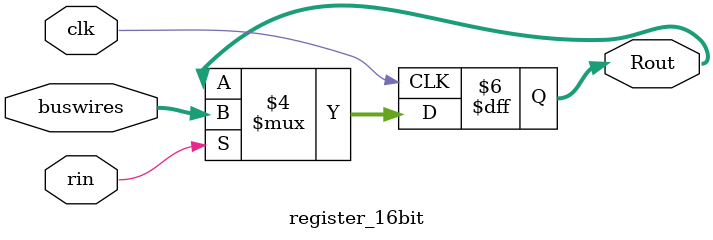
<source format=v>
`timescale 1ns / 1ps

module register_16bit(
    input clk,
    // enable pins
    input rin,
    // data in
    input [15:0] buswires,
    // data out
    output reg [15:0] Rout
);

    always @(posedge clk) begin
       if (rin) begin
         Rout <= buswires;  // Gán giá trị từ buswires vào Rout
       end

       else begin
         Rout <= Rout;
       end
    end 

  initial begin
    $dumpfile("register_16bit_tb.vcd");
    $dumpvars(0,register_16bit);
end

  
    
endmodule
</source>
